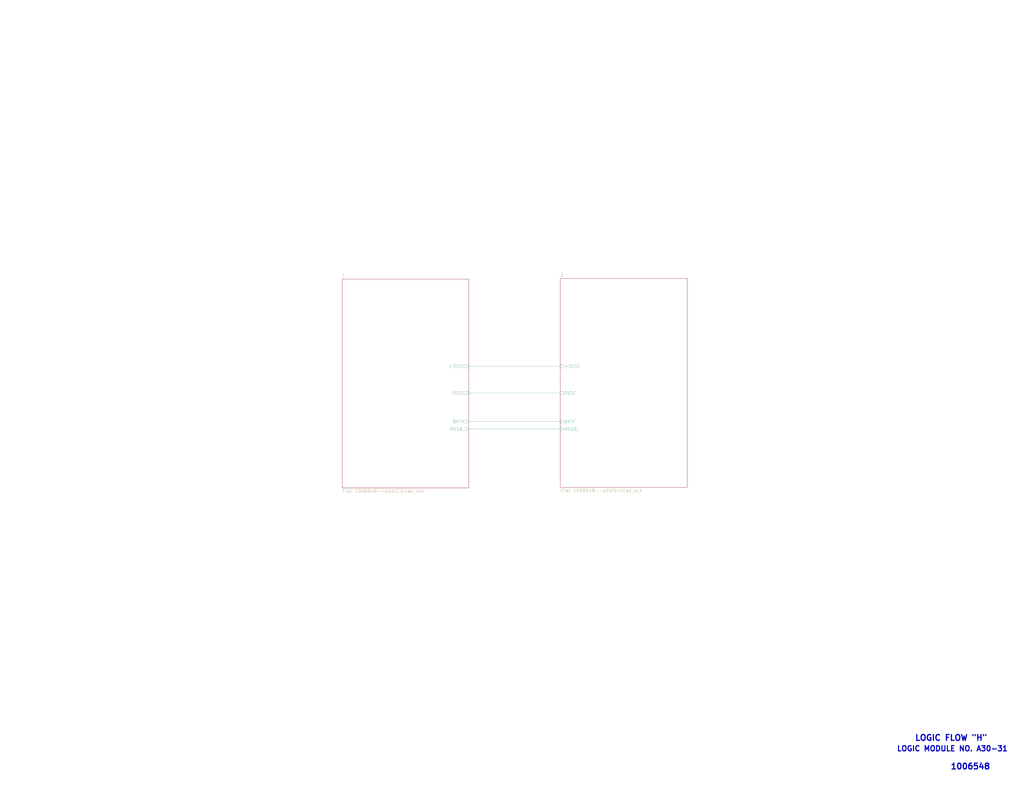
<source format=kicad_sch>
(kicad_sch (version 20211123) (generator eeschema)
  (paper "E")
  (lib_symbols)
  (wire (pts (xy 511.81 460.375) (xy 611.505 460.375)))
  (wire (pts (xy 511.81 429.26) (xy 611.505 429.26)))
  (wire (pts (xy 611.505 400.05) (xy 511.81 400.05)))
  (wire (pts (xy 611.505 468.63) (xy 511.81 468.63)))
  (text "LOGIC FLOW \"H\"" (at 998.22 809.625 0) (effects (font (size 6.35 6.35) (thickness 1.27) bold) (justify left bottom)))
  (text "1006548" (at 1037.082 840.867 0) (effects (font (size 6.35 6.35) (thickness 1.27) bold) (justify left bottom)))
  (text "LOGIC MODULE NO. A30-31" (at 978.535 821.055 0) (effects (font (size 5.715 5.715) (thickness 1.143) bold) (justify left bottom)))
  (sheet (at 373.38 304.8) (size 138.43 227.965)
    (property "Sheet name" "1" (at 373.38 302.9454 0) (effects (font (size 3.556 3.556)) (justify left bottom)))
    (property "Sheet file" "1006548--p1of2.kicad_sch" (at 373.38 534.264 0) (effects (font (size 3.556 3.556)) (justify left top)))
    (pin "0VDC" passive (at 511.81 429.26 0) (effects (font (size 3.556 3.556))))
    (pin "+3VDC" passive (at 511.81 400.05 0) (effects (font (size 3.556 3.556))))
    (pin "BKTK" output (at 511.81 460.375 0) (effects (font (size 3.556 3.556))))
    (pin "RSSB_" output (at 511.81 468.63 0) (effects (font (size 3.556 3.556))))
  )
  (sheet (at 611.505 304.165) (size 138.43 227.965)
    (property "Sheet name" "2" (at 611.505 302.3104 0) (effects (font (size 3.556 3.556)) (justify left bottom)))
    (property "Sheet file" "1006548--p2of2.kicad_sch" (at 611.505 533.629 0) (effects (font (size 3.556 3.556)) (justify left top)))
    (pin "+3VDC" passive (at 611.505 400.05 180) (effects (font (size 3.556 3.556))))
    (pin "0VDC" passive (at 611.505 429.26 180) (effects (font (size 3.556 3.556))))
    (pin "BKTF" input (at 611.505 460.375 180) (effects (font (size 3.556 3.556))))
    (pin "RSSB_" input (at 611.505 468.63 180) (effects (font (size 3.556 3.556))))
  )
)
</source>
